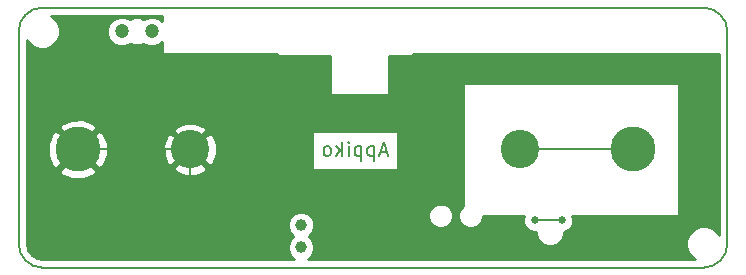
<source format=gbl>
%TF.GenerationSoftware,KiCad,Pcbnew,no-vcs-found-cd21218~61~ubuntu16.04.1*%
%TF.CreationDate,2017-11-10T15:22:47+05:30*%
%TF.ProjectId,snap_rev3,736E61705F726576332E6B696361645F,rev?*%
%TF.SameCoordinates,Original*%
%TF.FileFunction,Copper,L2,Bot,Signal*%
%TF.FilePolarity,Positive*%
%FSLAX46Y46*%
G04 Gerber Fmt 4.6, Leading zero omitted, Abs format (unit mm)*
G04 Created by KiCad (PCBNEW no-vcs-found-cd21218~61~ubuntu16.04.1) date Fri Nov 10 15:22:47 2017*
%MOMM*%
%LPD*%
G01*
G04 APERTURE LIST*
%TA.AperFunction,NonConductor*%
%ADD10C,0.200000*%
%TD*%
%TA.AperFunction,NonConductor*%
%ADD11C,0.150000*%
%TD*%
%TA.AperFunction,ComponentPad*%
%ADD12C,1.000000*%
%TD*%
%TA.AperFunction,ComponentPad*%
%ADD13C,1.200000*%
%TD*%
%TA.AperFunction,BGAPad,CuDef*%
%ADD14C,3.250000*%
%TD*%
%TA.AperFunction,ComponentPad*%
%ADD15C,3.800000*%
%TD*%
%TA.AperFunction,ViaPad*%
%ADD16C,0.650000*%
%TD*%
%TA.AperFunction,Conductor*%
%ADD17C,0.200000*%
%TD*%
%TA.AperFunction,Conductor*%
%ADD18C,0.254000*%
%TD*%
G04 APERTURE END LIST*
D10*
X81185714Y-100200000D02*
X80614285Y-100200000D01*
X81300000Y-100542857D02*
X80900000Y-99342857D01*
X80500000Y-100542857D01*
X80100000Y-99742857D02*
X80100000Y-100942857D01*
X80100000Y-99800000D02*
X79985714Y-99742857D01*
X79757142Y-99742857D01*
X79642857Y-99800000D01*
X79585714Y-99857142D01*
X79528571Y-99971428D01*
X79528571Y-100314285D01*
X79585714Y-100428571D01*
X79642857Y-100485714D01*
X79757142Y-100542857D01*
X79985714Y-100542857D01*
X80100000Y-100485714D01*
X79014285Y-99742857D02*
X79014285Y-100942857D01*
X79014285Y-99800000D02*
X78900000Y-99742857D01*
X78671428Y-99742857D01*
X78557142Y-99800000D01*
X78500000Y-99857142D01*
X78442857Y-99971428D01*
X78442857Y-100314285D01*
X78500000Y-100428571D01*
X78557142Y-100485714D01*
X78671428Y-100542857D01*
X78900000Y-100542857D01*
X79014285Y-100485714D01*
X77928571Y-100542857D02*
X77928571Y-99742857D01*
X77928571Y-99342857D02*
X77985714Y-99400000D01*
X77928571Y-99457142D01*
X77871428Y-99400000D01*
X77928571Y-99342857D01*
X77928571Y-99457142D01*
X77357142Y-100542857D02*
X77357142Y-99342857D01*
X77242857Y-100085714D02*
X76900000Y-100542857D01*
X76900000Y-99742857D02*
X77357142Y-100200000D01*
X76214285Y-100542857D02*
X76328571Y-100485714D01*
X76385714Y-100428571D01*
X76442857Y-100314285D01*
X76442857Y-99971428D01*
X76385714Y-99857142D01*
X76328571Y-99800000D01*
X76214285Y-99742857D01*
X76042857Y-99742857D01*
X75928571Y-99800000D01*
X75871428Y-99857142D01*
X75814285Y-99971428D01*
X75814285Y-100314285D01*
X75871428Y-100428571D01*
X75928571Y-100485714D01*
X76042857Y-100542857D01*
X76214285Y-100542857D01*
D11*
X108000000Y-88000000D02*
G75*
G02X110000000Y-90000000I0J-2000000D01*
G01*
X52000000Y-110000000D02*
G75*
G02X50000000Y-108000000I0J2000000D01*
G01*
X50000000Y-90000000D02*
G75*
G02X52000000Y-88000000I2000000J0D01*
G01*
X110000000Y-108000000D02*
G75*
G02X108000000Y-110000000I-2000000J0D01*
G01*
X50000000Y-108000000D02*
X50000000Y-90000000D01*
X108000000Y-110000000D02*
X52000000Y-110000000D01*
X110000000Y-90000000D02*
X110000000Y-108000000D01*
X108000000Y-88000000D02*
X52000000Y-88000000D01*
D12*
%TO.P,Y1,2*%
%TO.N,/LFCLK_XL1*%
X73900000Y-106400000D03*
%TO.P,Y1,1*%
%TO.N,/LFCLK_XL2*%
X73900000Y-108300000D03*
%TD*%
D13*
%TO.P,D2,2*%
%TO.N,Net-(D2-Pad2)*%
X58730000Y-90000000D03*
%TO.P,D2,1*%
%TO.N,/IR_LED*%
X61270000Y-90000000D03*
%TD*%
D14*
%TO.P,BT1,1*%
%TO.N,Net-(BT1-Pad1)*%
X92470000Y-100000000D03*
D15*
X102000000Y-100000000D03*
%TO.P,BT1,2*%
%TO.N,GND*%
X55000000Y-100000000D03*
D14*
X64530000Y-100000000D03*
%TD*%
D16*
%TO.N,GND*%
X89800000Y-93700000D03*
X103650000Y-106100000D03*
X64530000Y-103900000D03*
X72400000Y-105200000D03*
X106600000Y-93200000D03*
X89800000Y-92200000D03*
X83100000Y-104500000D03*
X75400000Y-102600000D03*
X75600000Y-105600000D03*
X54600000Y-91800000D03*
X71200000Y-93600000D03*
X61300000Y-100000000D03*
X64800000Y-108000000D03*
X62900000Y-108500000D03*
%TO.N,/VBAT*%
X96000000Y-106000000D03*
X93700000Y-106000000D03*
%TD*%
D17*
%TO.N,GND*%
X89800000Y-93700000D02*
X90300000Y-93200000D01*
X90300000Y-93200000D02*
X90800000Y-93200000D01*
X64530000Y-103900000D02*
X64530000Y-100000000D01*
X64530000Y-106870000D02*
X64530000Y-103900000D01*
X106600000Y-93200000D02*
X90800000Y-93200000D01*
X90800000Y-93200000D02*
X89800000Y-92200000D01*
X75400000Y-102600000D02*
X75400000Y-105400000D01*
X75400000Y-105400000D02*
X75600000Y-105600000D01*
X83100000Y-104500000D02*
X76700000Y-104500000D01*
X76700000Y-104500000D02*
X75600000Y-105600000D01*
X71200000Y-93600000D02*
X64800000Y-100000000D01*
X64800000Y-100000000D02*
X64530000Y-100000000D01*
X61400000Y-100000000D02*
X64530000Y-100000000D01*
X55000000Y-100000000D02*
X61300000Y-100000000D01*
X61400000Y-100000000D02*
X61300000Y-100000000D01*
X64800000Y-108000000D02*
X64800000Y-107540381D01*
X64800000Y-107540381D02*
X64530000Y-107270381D01*
X64530000Y-107270381D02*
X64530000Y-106870000D01*
X62900000Y-108500000D02*
X64530000Y-106870000D01*
%TO.N,/VBAT*%
X94159619Y-106000000D02*
X96000000Y-106000000D01*
X93700000Y-106000000D02*
X94159619Y-106000000D01*
%TO.N,Net-(BT1-Pad1)*%
X102000000Y-100000000D02*
X92470000Y-100000000D01*
%TD*%
D18*
%TO.N,GND*%
G36*
X62123000Y-89106411D02*
X61970485Y-88953629D01*
X61516734Y-88765215D01*
X61025421Y-88764786D01*
X60571343Y-88952408D01*
X60570116Y-88953633D01*
X60236745Y-88815206D01*
X59765323Y-88814794D01*
X59429903Y-88953387D01*
X58976734Y-88765215D01*
X58485421Y-88764786D01*
X58031343Y-88952408D01*
X57683629Y-89299515D01*
X57495215Y-89753266D01*
X57494786Y-90244579D01*
X57682408Y-90698657D01*
X58029515Y-91046371D01*
X58483266Y-91234785D01*
X58974579Y-91235214D01*
X59428657Y-91047592D01*
X59429884Y-91046367D01*
X59763255Y-91184794D01*
X60234677Y-91185206D01*
X60570097Y-91046613D01*
X61023266Y-91234785D01*
X61514579Y-91235214D01*
X61968657Y-91047592D01*
X62123000Y-90893518D01*
X62123000Y-91750000D01*
X62132667Y-91798601D01*
X62160197Y-91839803D01*
X62201399Y-91867333D01*
X62250000Y-91877000D01*
X71873000Y-91877000D01*
X71873000Y-92000000D01*
X71882667Y-92048601D01*
X71910197Y-92089803D01*
X71951399Y-92117333D01*
X72000000Y-92127000D01*
X76373000Y-92127000D01*
X76373000Y-95250000D01*
X76382667Y-95298601D01*
X76410197Y-95339803D01*
X76451399Y-95367333D01*
X76500000Y-95377000D01*
X81250000Y-95377000D01*
X81298601Y-95367333D01*
X81339803Y-95339803D01*
X81367333Y-95298601D01*
X81377000Y-95250000D01*
X81377000Y-92127000D01*
X83250000Y-92127000D01*
X83298601Y-92117333D01*
X83339803Y-92089803D01*
X83367333Y-92048601D01*
X83377000Y-92000000D01*
X83377000Y-91877000D01*
X109290000Y-91877000D01*
X109290000Y-107233352D01*
X109259656Y-107159914D01*
X108842283Y-106741812D01*
X108296681Y-106515258D01*
X107705911Y-106514743D01*
X107159914Y-106740344D01*
X106741812Y-107157717D01*
X106515258Y-107703319D01*
X106514743Y-108294089D01*
X106740344Y-108840086D01*
X107157717Y-109258188D01*
X107234329Y-109290000D01*
X74476177Y-109290000D01*
X74542086Y-109262767D01*
X74861645Y-108943765D01*
X75034803Y-108526756D01*
X75035197Y-108075225D01*
X74862767Y-107657914D01*
X74555133Y-107349743D01*
X74861645Y-107043765D01*
X75034803Y-106626756D01*
X75035197Y-106175225D01*
X74890475Y-105824971D01*
X84694821Y-105824971D01*
X84852058Y-106205515D01*
X85142954Y-106496919D01*
X85523223Y-106654820D01*
X85934971Y-106655179D01*
X86315515Y-106497942D01*
X86606919Y-106207046D01*
X86764820Y-105826777D01*
X86764821Y-105824971D01*
X87234821Y-105824971D01*
X87392058Y-106205515D01*
X87682954Y-106496919D01*
X88063223Y-106654820D01*
X88474971Y-106655179D01*
X88855515Y-106497942D01*
X89146919Y-106207046D01*
X89304820Y-105826777D01*
X89304994Y-105627000D01*
X92815410Y-105627000D01*
X92740167Y-105808206D01*
X92739833Y-106190118D01*
X92885677Y-106543086D01*
X93155493Y-106813374D01*
X93508206Y-106959833D01*
X93815034Y-106960101D01*
X93814794Y-107234677D01*
X93994820Y-107670372D01*
X94327875Y-108004009D01*
X94763255Y-108184794D01*
X95234677Y-108185206D01*
X95670372Y-108005180D01*
X96004009Y-107672125D01*
X96184794Y-107236745D01*
X96185036Y-106960163D01*
X96190118Y-106960167D01*
X96543086Y-106814323D01*
X96813374Y-106544507D01*
X96959833Y-106191794D01*
X96960167Y-105809882D01*
X96884601Y-105627000D01*
X105750000Y-105627000D01*
X105798601Y-105617333D01*
X105839803Y-105589803D01*
X105867333Y-105548601D01*
X105877000Y-105500000D01*
X105877000Y-94500000D01*
X105867333Y-94451399D01*
X105839803Y-94410197D01*
X105798601Y-94382667D01*
X105750000Y-94373000D01*
X87750000Y-94373000D01*
X87701399Y-94382667D01*
X87660197Y-94410197D01*
X87632667Y-94451399D01*
X87623000Y-94500000D01*
X87623000Y-104803436D01*
X87393081Y-105032954D01*
X87235180Y-105413223D01*
X87234821Y-105824971D01*
X86764821Y-105824971D01*
X86765179Y-105415029D01*
X86607942Y-105034485D01*
X86317046Y-104743081D01*
X85936777Y-104585180D01*
X85525029Y-104584821D01*
X85144485Y-104742058D01*
X84853081Y-105032954D01*
X84695180Y-105413223D01*
X84694821Y-105824971D01*
X74890475Y-105824971D01*
X74862767Y-105757914D01*
X74543765Y-105438355D01*
X74126756Y-105265197D01*
X73675225Y-105264803D01*
X73257914Y-105437233D01*
X72938355Y-105756235D01*
X72765197Y-106173244D01*
X72764803Y-106624775D01*
X72937233Y-107042086D01*
X73244867Y-107350257D01*
X72938355Y-107656235D01*
X72765197Y-108073244D01*
X72764803Y-108524775D01*
X72937233Y-108942086D01*
X73256235Y-109261645D01*
X73324521Y-109290000D01*
X52069931Y-109290000D01*
X51511660Y-109178953D01*
X51097669Y-108902333D01*
X50821046Y-108488338D01*
X50710000Y-107930069D01*
X50710000Y-101802830D01*
X53376775Y-101802830D01*
X53585353Y-102163161D01*
X54520843Y-102539862D01*
X55529279Y-102529892D01*
X56414647Y-102163161D01*
X56623225Y-101802830D01*
X55000000Y-100179605D01*
X53376775Y-101802830D01*
X50710000Y-101802830D01*
X50710000Y-99520843D01*
X52460138Y-99520843D01*
X52470108Y-100529279D01*
X52836839Y-101414647D01*
X53197170Y-101623225D01*
X54820395Y-100000000D01*
X55179605Y-100000000D01*
X56802830Y-101623225D01*
X56835596Y-101604258D01*
X63105347Y-101604258D01*
X63280385Y-101936014D01*
X64116386Y-102266850D01*
X65015357Y-102252579D01*
X65779615Y-101936014D01*
X65954653Y-101604258D01*
X64530000Y-100179605D01*
X63105347Y-101604258D01*
X56835596Y-101604258D01*
X57163161Y-101414647D01*
X57539862Y-100479157D01*
X57531036Y-99586386D01*
X62263150Y-99586386D01*
X62277421Y-100485357D01*
X62593986Y-101249615D01*
X62925742Y-101424653D01*
X64350395Y-100000000D01*
X64709605Y-100000000D01*
X66134258Y-101424653D01*
X66466014Y-101249615D01*
X66796850Y-100413614D01*
X66782579Y-99514643D01*
X66466014Y-98750385D01*
X66134258Y-98575347D01*
X64709605Y-100000000D01*
X64350395Y-100000000D01*
X62925742Y-98575347D01*
X62593986Y-98750385D01*
X62263150Y-99586386D01*
X57531036Y-99586386D01*
X57529892Y-99470721D01*
X57163161Y-98585353D01*
X56835597Y-98395742D01*
X63105347Y-98395742D01*
X64530000Y-99820395D01*
X65899395Y-98451000D01*
X74850715Y-98451000D01*
X74850715Y-101721000D01*
X82149286Y-101721000D01*
X82149286Y-98451000D01*
X74850715Y-98451000D01*
X65899395Y-98451000D01*
X65954653Y-98395742D01*
X65779615Y-98063986D01*
X64943614Y-97733150D01*
X64044643Y-97747421D01*
X63280385Y-98063986D01*
X63105347Y-98395742D01*
X56835597Y-98395742D01*
X56802830Y-98376775D01*
X55179605Y-100000000D01*
X54820395Y-100000000D01*
X53197170Y-98376775D01*
X52836839Y-98585353D01*
X52460138Y-99520843D01*
X50710000Y-99520843D01*
X50710000Y-98197170D01*
X53376775Y-98197170D01*
X55000000Y-99820395D01*
X56623225Y-98197170D01*
X56414647Y-97836839D01*
X55479157Y-97460138D01*
X54470721Y-97470108D01*
X53585353Y-97836839D01*
X53376775Y-98197170D01*
X50710000Y-98197170D01*
X50710000Y-90766648D01*
X50740344Y-90840086D01*
X51157717Y-91258188D01*
X51703319Y-91484742D01*
X52294089Y-91485257D01*
X52840086Y-91259656D01*
X53258188Y-90842283D01*
X53484742Y-90296681D01*
X53485257Y-89705911D01*
X53259656Y-89159914D01*
X52842283Y-88741812D01*
X52765671Y-88710000D01*
X62123000Y-88710000D01*
X62123000Y-89106411D01*
X62123000Y-89106411D01*
G37*
X62123000Y-89106411D02*
X61970485Y-88953629D01*
X61516734Y-88765215D01*
X61025421Y-88764786D01*
X60571343Y-88952408D01*
X60570116Y-88953633D01*
X60236745Y-88815206D01*
X59765323Y-88814794D01*
X59429903Y-88953387D01*
X58976734Y-88765215D01*
X58485421Y-88764786D01*
X58031343Y-88952408D01*
X57683629Y-89299515D01*
X57495215Y-89753266D01*
X57494786Y-90244579D01*
X57682408Y-90698657D01*
X58029515Y-91046371D01*
X58483266Y-91234785D01*
X58974579Y-91235214D01*
X59428657Y-91047592D01*
X59429884Y-91046367D01*
X59763255Y-91184794D01*
X60234677Y-91185206D01*
X60570097Y-91046613D01*
X61023266Y-91234785D01*
X61514579Y-91235214D01*
X61968657Y-91047592D01*
X62123000Y-90893518D01*
X62123000Y-91750000D01*
X62132667Y-91798601D01*
X62160197Y-91839803D01*
X62201399Y-91867333D01*
X62250000Y-91877000D01*
X71873000Y-91877000D01*
X71873000Y-92000000D01*
X71882667Y-92048601D01*
X71910197Y-92089803D01*
X71951399Y-92117333D01*
X72000000Y-92127000D01*
X76373000Y-92127000D01*
X76373000Y-95250000D01*
X76382667Y-95298601D01*
X76410197Y-95339803D01*
X76451399Y-95367333D01*
X76500000Y-95377000D01*
X81250000Y-95377000D01*
X81298601Y-95367333D01*
X81339803Y-95339803D01*
X81367333Y-95298601D01*
X81377000Y-95250000D01*
X81377000Y-92127000D01*
X83250000Y-92127000D01*
X83298601Y-92117333D01*
X83339803Y-92089803D01*
X83367333Y-92048601D01*
X83377000Y-92000000D01*
X83377000Y-91877000D01*
X109290000Y-91877000D01*
X109290000Y-107233352D01*
X109259656Y-107159914D01*
X108842283Y-106741812D01*
X108296681Y-106515258D01*
X107705911Y-106514743D01*
X107159914Y-106740344D01*
X106741812Y-107157717D01*
X106515258Y-107703319D01*
X106514743Y-108294089D01*
X106740344Y-108840086D01*
X107157717Y-109258188D01*
X107234329Y-109290000D01*
X74476177Y-109290000D01*
X74542086Y-109262767D01*
X74861645Y-108943765D01*
X75034803Y-108526756D01*
X75035197Y-108075225D01*
X74862767Y-107657914D01*
X74555133Y-107349743D01*
X74861645Y-107043765D01*
X75034803Y-106626756D01*
X75035197Y-106175225D01*
X74890475Y-105824971D01*
X84694821Y-105824971D01*
X84852058Y-106205515D01*
X85142954Y-106496919D01*
X85523223Y-106654820D01*
X85934971Y-106655179D01*
X86315515Y-106497942D01*
X86606919Y-106207046D01*
X86764820Y-105826777D01*
X86764821Y-105824971D01*
X87234821Y-105824971D01*
X87392058Y-106205515D01*
X87682954Y-106496919D01*
X88063223Y-106654820D01*
X88474971Y-106655179D01*
X88855515Y-106497942D01*
X89146919Y-106207046D01*
X89304820Y-105826777D01*
X89304994Y-105627000D01*
X92815410Y-105627000D01*
X92740167Y-105808206D01*
X92739833Y-106190118D01*
X92885677Y-106543086D01*
X93155493Y-106813374D01*
X93508206Y-106959833D01*
X93815034Y-106960101D01*
X93814794Y-107234677D01*
X93994820Y-107670372D01*
X94327875Y-108004009D01*
X94763255Y-108184794D01*
X95234677Y-108185206D01*
X95670372Y-108005180D01*
X96004009Y-107672125D01*
X96184794Y-107236745D01*
X96185036Y-106960163D01*
X96190118Y-106960167D01*
X96543086Y-106814323D01*
X96813374Y-106544507D01*
X96959833Y-106191794D01*
X96960167Y-105809882D01*
X96884601Y-105627000D01*
X105750000Y-105627000D01*
X105798601Y-105617333D01*
X105839803Y-105589803D01*
X105867333Y-105548601D01*
X105877000Y-105500000D01*
X105877000Y-94500000D01*
X105867333Y-94451399D01*
X105839803Y-94410197D01*
X105798601Y-94382667D01*
X105750000Y-94373000D01*
X87750000Y-94373000D01*
X87701399Y-94382667D01*
X87660197Y-94410197D01*
X87632667Y-94451399D01*
X87623000Y-94500000D01*
X87623000Y-104803436D01*
X87393081Y-105032954D01*
X87235180Y-105413223D01*
X87234821Y-105824971D01*
X86764821Y-105824971D01*
X86765179Y-105415029D01*
X86607942Y-105034485D01*
X86317046Y-104743081D01*
X85936777Y-104585180D01*
X85525029Y-104584821D01*
X85144485Y-104742058D01*
X84853081Y-105032954D01*
X84695180Y-105413223D01*
X84694821Y-105824971D01*
X74890475Y-105824971D01*
X74862767Y-105757914D01*
X74543765Y-105438355D01*
X74126756Y-105265197D01*
X73675225Y-105264803D01*
X73257914Y-105437233D01*
X72938355Y-105756235D01*
X72765197Y-106173244D01*
X72764803Y-106624775D01*
X72937233Y-107042086D01*
X73244867Y-107350257D01*
X72938355Y-107656235D01*
X72765197Y-108073244D01*
X72764803Y-108524775D01*
X72937233Y-108942086D01*
X73256235Y-109261645D01*
X73324521Y-109290000D01*
X52069931Y-109290000D01*
X51511660Y-109178953D01*
X51097669Y-108902333D01*
X50821046Y-108488338D01*
X50710000Y-107930069D01*
X50710000Y-101802830D01*
X53376775Y-101802830D01*
X53585353Y-102163161D01*
X54520843Y-102539862D01*
X55529279Y-102529892D01*
X56414647Y-102163161D01*
X56623225Y-101802830D01*
X55000000Y-100179605D01*
X53376775Y-101802830D01*
X50710000Y-101802830D01*
X50710000Y-99520843D01*
X52460138Y-99520843D01*
X52470108Y-100529279D01*
X52836839Y-101414647D01*
X53197170Y-101623225D01*
X54820395Y-100000000D01*
X55179605Y-100000000D01*
X56802830Y-101623225D01*
X56835596Y-101604258D01*
X63105347Y-101604258D01*
X63280385Y-101936014D01*
X64116386Y-102266850D01*
X65015357Y-102252579D01*
X65779615Y-101936014D01*
X65954653Y-101604258D01*
X64530000Y-100179605D01*
X63105347Y-101604258D01*
X56835596Y-101604258D01*
X57163161Y-101414647D01*
X57539862Y-100479157D01*
X57531036Y-99586386D01*
X62263150Y-99586386D01*
X62277421Y-100485357D01*
X62593986Y-101249615D01*
X62925742Y-101424653D01*
X64350395Y-100000000D01*
X64709605Y-100000000D01*
X66134258Y-101424653D01*
X66466014Y-101249615D01*
X66796850Y-100413614D01*
X66782579Y-99514643D01*
X66466014Y-98750385D01*
X66134258Y-98575347D01*
X64709605Y-100000000D01*
X64350395Y-100000000D01*
X62925742Y-98575347D01*
X62593986Y-98750385D01*
X62263150Y-99586386D01*
X57531036Y-99586386D01*
X57529892Y-99470721D01*
X57163161Y-98585353D01*
X56835597Y-98395742D01*
X63105347Y-98395742D01*
X64530000Y-99820395D01*
X65899395Y-98451000D01*
X74850715Y-98451000D01*
X74850715Y-101721000D01*
X82149286Y-101721000D01*
X82149286Y-98451000D01*
X74850715Y-98451000D01*
X65899395Y-98451000D01*
X65954653Y-98395742D01*
X65779615Y-98063986D01*
X64943614Y-97733150D01*
X64044643Y-97747421D01*
X63280385Y-98063986D01*
X63105347Y-98395742D01*
X56835597Y-98395742D01*
X56802830Y-98376775D01*
X55179605Y-100000000D01*
X54820395Y-100000000D01*
X53197170Y-98376775D01*
X52836839Y-98585353D01*
X52460138Y-99520843D01*
X50710000Y-99520843D01*
X50710000Y-98197170D01*
X53376775Y-98197170D01*
X55000000Y-99820395D01*
X56623225Y-98197170D01*
X56414647Y-97836839D01*
X55479157Y-97460138D01*
X54470721Y-97470108D01*
X53585353Y-97836839D01*
X53376775Y-98197170D01*
X50710000Y-98197170D01*
X50710000Y-90766648D01*
X50740344Y-90840086D01*
X51157717Y-91258188D01*
X51703319Y-91484742D01*
X52294089Y-91485257D01*
X52840086Y-91259656D01*
X53258188Y-90842283D01*
X53484742Y-90296681D01*
X53485257Y-89705911D01*
X53259656Y-89159914D01*
X52842283Y-88741812D01*
X52765671Y-88710000D01*
X62123000Y-88710000D01*
X62123000Y-89106411D01*
%TD*%
M02*

</source>
